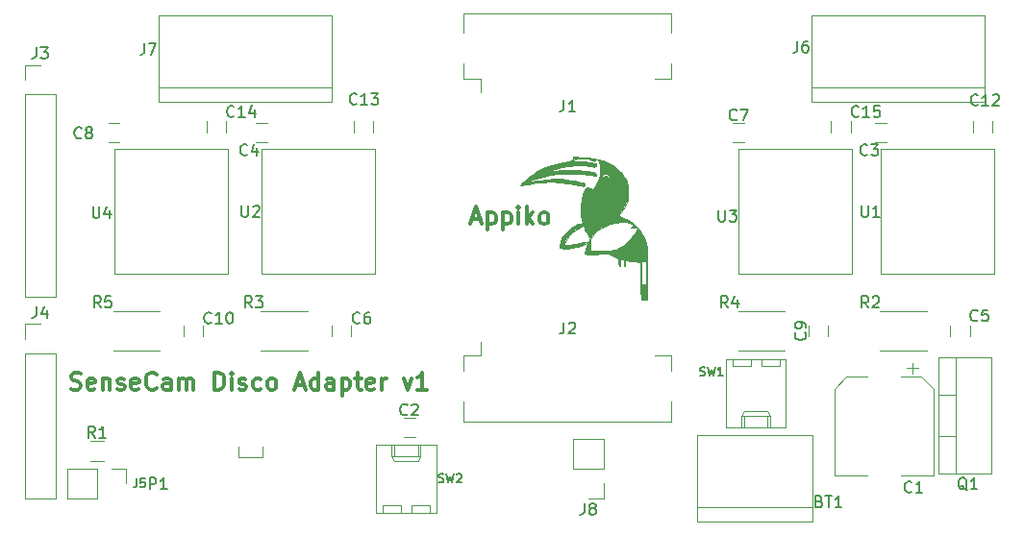
<source format=gto>
G04 #@! TF.GenerationSoftware,KiCad,Pcbnew,5.1.4-e60b266~84~ubuntu18.04.1*
G04 #@! TF.CreationDate,2019-08-27T16:53:35+05:30*
G04 #@! TF.ProjectId,senseCam_Adapter_rev1,73656e73-6543-4616-9d5f-416461707465,rev?*
G04 #@! TF.SameCoordinates,Original*
G04 #@! TF.FileFunction,Legend,Top*
G04 #@! TF.FilePolarity,Positive*
%FSLAX46Y46*%
G04 Gerber Fmt 4.6, Leading zero omitted, Abs format (unit mm)*
G04 Created by KiCad (PCBNEW 5.1.4-e60b266~84~ubuntu18.04.1) date 2019-08-27 16:53:35*
%MOMM*%
%LPD*%
G04 APERTURE LIST*
%ADD10C,0.120000*%
%ADD11C,0.300000*%
%ADD12C,0.010000*%
%ADD13C,0.150000*%
G04 APERTURE END LIST*
D10*
X32500000Y-49600000D02*
X32500000Y-48700000D01*
X34600000Y-49600000D02*
X32500000Y-49600000D01*
X34600000Y-48700000D02*
X34600000Y-49600000D01*
D11*
X53042857Y-28650000D02*
X53757142Y-28650000D01*
X52900000Y-29078571D02*
X53400000Y-27578571D01*
X53900000Y-29078571D01*
X54400000Y-28078571D02*
X54400000Y-29578571D01*
X54400000Y-28150000D02*
X54542857Y-28078571D01*
X54828571Y-28078571D01*
X54971428Y-28150000D01*
X55042857Y-28221428D01*
X55114285Y-28364285D01*
X55114285Y-28792857D01*
X55042857Y-28935714D01*
X54971428Y-29007142D01*
X54828571Y-29078571D01*
X54542857Y-29078571D01*
X54400000Y-29007142D01*
X55757142Y-28078571D02*
X55757142Y-29578571D01*
X55757142Y-28150000D02*
X55900000Y-28078571D01*
X56185714Y-28078571D01*
X56328571Y-28150000D01*
X56400000Y-28221428D01*
X56471428Y-28364285D01*
X56471428Y-28792857D01*
X56400000Y-28935714D01*
X56328571Y-29007142D01*
X56185714Y-29078571D01*
X55900000Y-29078571D01*
X55757142Y-29007142D01*
X57114285Y-29078571D02*
X57114285Y-28078571D01*
X57114285Y-27578571D02*
X57042857Y-27650000D01*
X57114285Y-27721428D01*
X57185714Y-27650000D01*
X57114285Y-27578571D01*
X57114285Y-27721428D01*
X57828571Y-29078571D02*
X57828571Y-27578571D01*
X57971428Y-28507142D02*
X58400000Y-29078571D01*
X58400000Y-28078571D02*
X57828571Y-28650000D01*
X59257142Y-29078571D02*
X59114285Y-29007142D01*
X59042857Y-28935714D01*
X58971428Y-28792857D01*
X58971428Y-28364285D01*
X59042857Y-28221428D01*
X59114285Y-28150000D01*
X59257142Y-28078571D01*
X59471428Y-28078571D01*
X59614285Y-28150000D01*
X59685714Y-28221428D01*
X59757142Y-28364285D01*
X59757142Y-28792857D01*
X59685714Y-28935714D01*
X59614285Y-29007142D01*
X59471428Y-29078571D01*
X59257142Y-29078571D01*
X17721428Y-43607142D02*
X17935714Y-43678571D01*
X18292857Y-43678571D01*
X18435714Y-43607142D01*
X18507142Y-43535714D01*
X18578571Y-43392857D01*
X18578571Y-43250000D01*
X18507142Y-43107142D01*
X18435714Y-43035714D01*
X18292857Y-42964285D01*
X18007142Y-42892857D01*
X17864285Y-42821428D01*
X17792857Y-42750000D01*
X17721428Y-42607142D01*
X17721428Y-42464285D01*
X17792857Y-42321428D01*
X17864285Y-42250000D01*
X18007142Y-42178571D01*
X18364285Y-42178571D01*
X18578571Y-42250000D01*
X19792857Y-43607142D02*
X19649999Y-43678571D01*
X19364285Y-43678571D01*
X19221428Y-43607142D01*
X19149999Y-43464285D01*
X19149999Y-42892857D01*
X19221428Y-42750000D01*
X19364285Y-42678571D01*
X19649999Y-42678571D01*
X19792857Y-42750000D01*
X19864285Y-42892857D01*
X19864285Y-43035714D01*
X19149999Y-43178571D01*
X20507142Y-42678571D02*
X20507142Y-43678571D01*
X20507142Y-42821428D02*
X20578571Y-42750000D01*
X20721428Y-42678571D01*
X20935714Y-42678571D01*
X21078571Y-42750000D01*
X21149999Y-42892857D01*
X21149999Y-43678571D01*
X21792857Y-43607142D02*
X21935714Y-43678571D01*
X22221428Y-43678571D01*
X22364285Y-43607142D01*
X22435714Y-43464285D01*
X22435714Y-43392857D01*
X22364285Y-43250000D01*
X22221428Y-43178571D01*
X22007142Y-43178571D01*
X21864285Y-43107142D01*
X21792857Y-42964285D01*
X21792857Y-42892857D01*
X21864285Y-42750000D01*
X22007142Y-42678571D01*
X22221428Y-42678571D01*
X22364285Y-42750000D01*
X23650000Y-43607142D02*
X23507142Y-43678571D01*
X23221428Y-43678571D01*
X23078571Y-43607142D01*
X23007142Y-43464285D01*
X23007142Y-42892857D01*
X23078571Y-42750000D01*
X23221428Y-42678571D01*
X23507142Y-42678571D01*
X23650000Y-42750000D01*
X23721428Y-42892857D01*
X23721428Y-43035714D01*
X23007142Y-43178571D01*
X25221428Y-43535714D02*
X25149999Y-43607142D01*
X24935714Y-43678571D01*
X24792857Y-43678571D01*
X24578571Y-43607142D01*
X24435714Y-43464285D01*
X24364285Y-43321428D01*
X24292857Y-43035714D01*
X24292857Y-42821428D01*
X24364285Y-42535714D01*
X24435714Y-42392857D01*
X24578571Y-42250000D01*
X24792857Y-42178571D01*
X24935714Y-42178571D01*
X25149999Y-42250000D01*
X25221428Y-42321428D01*
X26507142Y-43678571D02*
X26507142Y-42892857D01*
X26435714Y-42750000D01*
X26292857Y-42678571D01*
X26007142Y-42678571D01*
X25864285Y-42750000D01*
X26507142Y-43607142D02*
X26364285Y-43678571D01*
X26007142Y-43678571D01*
X25864285Y-43607142D01*
X25792857Y-43464285D01*
X25792857Y-43321428D01*
X25864285Y-43178571D01*
X26007142Y-43107142D01*
X26364285Y-43107142D01*
X26507142Y-43035714D01*
X27221428Y-43678571D02*
X27221428Y-42678571D01*
X27221428Y-42821428D02*
X27292857Y-42750000D01*
X27435714Y-42678571D01*
X27649999Y-42678571D01*
X27792857Y-42750000D01*
X27864285Y-42892857D01*
X27864285Y-43678571D01*
X27864285Y-42892857D02*
X27935714Y-42750000D01*
X28078571Y-42678571D01*
X28292857Y-42678571D01*
X28435714Y-42750000D01*
X28507142Y-42892857D01*
X28507142Y-43678571D01*
X30364285Y-43678571D02*
X30364285Y-42178571D01*
X30721428Y-42178571D01*
X30935714Y-42250000D01*
X31078571Y-42392857D01*
X31149999Y-42535714D01*
X31221428Y-42821428D01*
X31221428Y-43035714D01*
X31149999Y-43321428D01*
X31078571Y-43464285D01*
X30935714Y-43607142D01*
X30721428Y-43678571D01*
X30364285Y-43678571D01*
X31864285Y-43678571D02*
X31864285Y-42678571D01*
X31864285Y-42178571D02*
X31792857Y-42250000D01*
X31864285Y-42321428D01*
X31935714Y-42250000D01*
X31864285Y-42178571D01*
X31864285Y-42321428D01*
X32507142Y-43607142D02*
X32650000Y-43678571D01*
X32935714Y-43678571D01*
X33078571Y-43607142D01*
X33150000Y-43464285D01*
X33150000Y-43392857D01*
X33078571Y-43250000D01*
X32935714Y-43178571D01*
X32721428Y-43178571D01*
X32578571Y-43107142D01*
X32507142Y-42964285D01*
X32507142Y-42892857D01*
X32578571Y-42750000D01*
X32721428Y-42678571D01*
X32935714Y-42678571D01*
X33078571Y-42750000D01*
X34435714Y-43607142D02*
X34292857Y-43678571D01*
X34007142Y-43678571D01*
X33864285Y-43607142D01*
X33792857Y-43535714D01*
X33721428Y-43392857D01*
X33721428Y-42964285D01*
X33792857Y-42821428D01*
X33864285Y-42750000D01*
X34007142Y-42678571D01*
X34292857Y-42678571D01*
X34435714Y-42750000D01*
X35292857Y-43678571D02*
X35150000Y-43607142D01*
X35078571Y-43535714D01*
X35007142Y-43392857D01*
X35007142Y-42964285D01*
X35078571Y-42821428D01*
X35150000Y-42750000D01*
X35292857Y-42678571D01*
X35507142Y-42678571D01*
X35650000Y-42750000D01*
X35721428Y-42821428D01*
X35792857Y-42964285D01*
X35792857Y-43392857D01*
X35721428Y-43535714D01*
X35650000Y-43607142D01*
X35507142Y-43678571D01*
X35292857Y-43678571D01*
X37507142Y-43250000D02*
X38221428Y-43250000D01*
X37364285Y-43678571D02*
X37864285Y-42178571D01*
X38364285Y-43678571D01*
X39507142Y-43678571D02*
X39507142Y-42178571D01*
X39507142Y-43607142D02*
X39364285Y-43678571D01*
X39078571Y-43678571D01*
X38935714Y-43607142D01*
X38864285Y-43535714D01*
X38792857Y-43392857D01*
X38792857Y-42964285D01*
X38864285Y-42821428D01*
X38935714Y-42750000D01*
X39078571Y-42678571D01*
X39364285Y-42678571D01*
X39507142Y-42750000D01*
X40864285Y-43678571D02*
X40864285Y-42892857D01*
X40792857Y-42750000D01*
X40650000Y-42678571D01*
X40364285Y-42678571D01*
X40221428Y-42750000D01*
X40864285Y-43607142D02*
X40721428Y-43678571D01*
X40364285Y-43678571D01*
X40221428Y-43607142D01*
X40150000Y-43464285D01*
X40150000Y-43321428D01*
X40221428Y-43178571D01*
X40364285Y-43107142D01*
X40721428Y-43107142D01*
X40864285Y-43035714D01*
X41578571Y-42678571D02*
X41578571Y-44178571D01*
X41578571Y-42750000D02*
X41721428Y-42678571D01*
X42007142Y-42678571D01*
X42150000Y-42750000D01*
X42221428Y-42821428D01*
X42292857Y-42964285D01*
X42292857Y-43392857D01*
X42221428Y-43535714D01*
X42150000Y-43607142D01*
X42007142Y-43678571D01*
X41721428Y-43678571D01*
X41578571Y-43607142D01*
X42721428Y-42678571D02*
X43292857Y-42678571D01*
X42935714Y-42178571D02*
X42935714Y-43464285D01*
X43007142Y-43607142D01*
X43150000Y-43678571D01*
X43292857Y-43678571D01*
X44364285Y-43607142D02*
X44221428Y-43678571D01*
X43935714Y-43678571D01*
X43792857Y-43607142D01*
X43721428Y-43464285D01*
X43721428Y-42892857D01*
X43792857Y-42750000D01*
X43935714Y-42678571D01*
X44221428Y-42678571D01*
X44364285Y-42750000D01*
X44435714Y-42892857D01*
X44435714Y-43035714D01*
X43721428Y-43178571D01*
X45078571Y-43678571D02*
X45078571Y-42678571D01*
X45078571Y-42964285D02*
X45150000Y-42821428D01*
X45221428Y-42750000D01*
X45364285Y-42678571D01*
X45507142Y-42678571D01*
X47007142Y-42678571D02*
X47364285Y-43678571D01*
X47721428Y-42678571D01*
X49078571Y-43678571D02*
X48221428Y-43678571D01*
X48650000Y-43678571D02*
X48650000Y-42178571D01*
X48507142Y-42392857D01*
X48364285Y-42535714D01*
X48221428Y-42607142D01*
D12*
G36*
X62223348Y-23146466D02*
G01*
X62296362Y-23163616D01*
X62305715Y-23173806D01*
X62347979Y-23187710D01*
X62462429Y-23198991D01*
X62630547Y-23206331D01*
X62793304Y-23208484D01*
X63223730Y-23229364D01*
X63679996Y-23287289D01*
X64133289Y-23376592D01*
X64554796Y-23491601D01*
X64913444Y-23625641D01*
X65340790Y-23852828D01*
X65735341Y-24134719D01*
X66073935Y-24453689D01*
X66204606Y-24608125D01*
X66346427Y-24798131D01*
X66452953Y-24964901D01*
X66542050Y-25140244D01*
X66631583Y-25355973D01*
X66646858Y-25395619D01*
X66694028Y-25527158D01*
X66726530Y-25645599D01*
X66747020Y-25771019D01*
X66758152Y-25923497D01*
X66762580Y-26123112D01*
X66763124Y-26275000D01*
X66761451Y-26512942D01*
X66754668Y-26691593D01*
X66740130Y-26831010D01*
X66715192Y-26951248D01*
X66677209Y-27072362D01*
X66647306Y-27153145D01*
X66543153Y-27405429D01*
X66437050Y-27611142D01*
X66310175Y-27801702D01*
X66143703Y-28008529D01*
X66114424Y-28042585D01*
X66011434Y-28164388D01*
X65935742Y-28259204D01*
X65899249Y-28311904D01*
X65898046Y-28317686D01*
X65943191Y-28337527D01*
X66047790Y-28380233D01*
X66178166Y-28432188D01*
X66537096Y-28603850D01*
X66902805Y-28832572D01*
X67251626Y-29100645D01*
X67559895Y-29390357D01*
X67745579Y-29605147D01*
X68027185Y-30015429D01*
X68235718Y-30432756D01*
X68385259Y-30886197D01*
X68405502Y-30967599D01*
X68426351Y-31100805D01*
X68443676Y-31306211D01*
X68457404Y-31576701D01*
X68467465Y-31905159D01*
X68473784Y-32284467D01*
X68476289Y-32707508D01*
X68474909Y-33167167D01*
X68469571Y-33656326D01*
X68460202Y-34167868D01*
X68446731Y-34694678D01*
X68444246Y-34778046D01*
X68414403Y-35760312D01*
X67899169Y-35760312D01*
X67869326Y-34778046D01*
X67860446Y-34454944D01*
X67852609Y-34110789D01*
X67846233Y-33768838D01*
X67841735Y-33452343D01*
X67839535Y-33184560D01*
X67839384Y-33113603D01*
X67839286Y-32431426D01*
X67646518Y-32410940D01*
X67508399Y-32396303D01*
X67419209Y-32386875D01*
X67930000Y-32386875D01*
X67930000Y-34410937D01*
X68383572Y-34410937D01*
X68383572Y-32386875D01*
X67930000Y-32386875D01*
X67419209Y-32386875D01*
X67317096Y-32376081D01*
X67109488Y-32354171D01*
X67068215Y-32349820D01*
X66877959Y-32328101D01*
X66712222Y-32306202D01*
X66599594Y-32287990D01*
X66580625Y-32283870D01*
X66526211Y-32274814D01*
X66495659Y-32292346D01*
X66482098Y-32352443D01*
X66478658Y-32471080D01*
X66478572Y-32521152D01*
X66472265Y-32657776D01*
X66455510Y-32751522D01*
X66433215Y-32783750D01*
X66409864Y-32747090D01*
X66393758Y-32649044D01*
X66387858Y-32509819D01*
X66386157Y-32365402D01*
X66374979Y-32280102D01*
X66345210Y-32233661D01*
X66287737Y-32205822D01*
X66245018Y-32192319D01*
X66143567Y-32162678D01*
X66087906Y-32148877D01*
X66086268Y-32148750D01*
X66078879Y-32185304D01*
X66073315Y-32282446D01*
X66070517Y-32421390D01*
X66070358Y-32466250D01*
X66067153Y-32629156D01*
X66055526Y-32726922D01*
X66032457Y-32773642D01*
X66002322Y-32783750D01*
X65968225Y-32769297D01*
X65947394Y-32716705D01*
X65937018Y-32612118D01*
X65934286Y-32448315D01*
X65934286Y-32112880D01*
X65548149Y-31954549D01*
X65358912Y-31873693D01*
X65184782Y-31793587D01*
X65053972Y-31727412D01*
X65020091Y-31707793D01*
X64925211Y-31655537D01*
X64843655Y-31639354D01*
X64734559Y-31654857D01*
X64669175Y-31670132D01*
X64512846Y-31696478D01*
X64292297Y-31718691D01*
X64033954Y-31735629D01*
X63764246Y-31746149D01*
X63509602Y-31749109D01*
X63296450Y-31743367D01*
X63189920Y-31734071D01*
X62974295Y-31705778D01*
X63004523Y-31447614D01*
X63036038Y-31270725D01*
X63085087Y-31089298D01*
X63097273Y-31056133D01*
X63412090Y-31056133D01*
X63418501Y-31225749D01*
X63429050Y-31332574D01*
X63448954Y-31393183D01*
X63483429Y-31424154D01*
X63533160Y-31440894D01*
X63656416Y-31455736D01*
X63799840Y-31451503D01*
X63802500Y-31451199D01*
X63899112Y-31443945D01*
X64068148Y-31435338D01*
X64291352Y-31426141D01*
X64550466Y-31417119D01*
X64777679Y-31410368D01*
X65071378Y-31401741D01*
X65290088Y-31392997D01*
X65449510Y-31382211D01*
X65565348Y-31367461D01*
X65653301Y-31346821D01*
X65729073Y-31318367D01*
X65798215Y-31285301D01*
X66310132Y-30985917D01*
X66751495Y-30637553D01*
X67125886Y-30236964D01*
X67409399Y-29827665D01*
X67622444Y-29471112D01*
X67471423Y-29417192D01*
X67281453Y-29382312D01*
X67144703Y-29387855D01*
X66969004Y-29412439D01*
X67063967Y-29306804D01*
X67147854Y-29190660D01*
X67161450Y-29100352D01*
X67099950Y-29031188D01*
X66958547Y-28978474D01*
X66732435Y-28937517D01*
X66678718Y-28930580D01*
X66160883Y-28906367D01*
X65645548Y-28959811D01*
X65140119Y-29089310D01*
X64651996Y-29293263D01*
X64423664Y-29418533D01*
X64068936Y-29654703D01*
X63797939Y-29896529D01*
X63603892Y-30154989D01*
X63480015Y-30441058D01*
X63419529Y-30765713D01*
X63412090Y-31056133D01*
X63097273Y-31056133D01*
X63122728Y-30986856D01*
X63175889Y-30847442D01*
X63184238Y-30773371D01*
X63147018Y-30760603D01*
X63085950Y-30790547D01*
X62712762Y-30977488D01*
X62281757Y-31115449D01*
X61809852Y-31200438D01*
X61313966Y-31228466D01*
X61233857Y-31227406D01*
X60740893Y-31216093D01*
X60751400Y-30971481D01*
X60784311Y-30781209D01*
X61181589Y-30781209D01*
X61193977Y-30860777D01*
X61267452Y-30902101D01*
X61413904Y-30916397D01*
X61499202Y-30917043D01*
X61711843Y-30906759D01*
X61941159Y-30882025D01*
X62056250Y-30863414D01*
X62240521Y-30822339D01*
X62420079Y-30773233D01*
X62509822Y-30743488D01*
X62748222Y-30691746D01*
X62984883Y-30684993D01*
X63278515Y-30694190D01*
X63345225Y-30506232D01*
X63382488Y-30387620D01*
X63386774Y-30310899D01*
X63356935Y-30243630D01*
X63334795Y-30211559D01*
X63252275Y-30084900D01*
X63150913Y-29911389D01*
X63045550Y-29717872D01*
X62951027Y-29531199D01*
X62909510Y-29442227D01*
X62826138Y-29255861D01*
X62623881Y-29335096D01*
X62500938Y-29387258D01*
X62416537Y-29430488D01*
X62397687Y-29444706D01*
X62349322Y-29482426D01*
X62250296Y-29547218D01*
X62165566Y-29598982D01*
X61846416Y-29824740D01*
X61570200Y-30091067D01*
X61352928Y-30380158D01*
X61218402Y-30652183D01*
X61181589Y-30781209D01*
X60784311Y-30781209D01*
X60807461Y-30647373D01*
X60943646Y-30316046D01*
X61152662Y-29991486D01*
X61414634Y-29699673D01*
X61618853Y-29528291D01*
X61866134Y-29358065D01*
X62128970Y-29205448D01*
X62379850Y-29086898D01*
X62525083Y-29035436D01*
X62743492Y-28971961D01*
X62680752Y-28724808D01*
X62610760Y-28325045D01*
X62587947Y-27884236D01*
X62610289Y-27426186D01*
X62675762Y-26974699D01*
X62782343Y-26553579D01*
X62889555Y-26268570D01*
X62973319Y-26079077D01*
X63035644Y-25953500D01*
X63092185Y-25883321D01*
X63158600Y-25860021D01*
X63250543Y-25875082D01*
X63383671Y-25919985D01*
X63472211Y-25951541D01*
X63708886Y-26034716D01*
X63871746Y-25791573D01*
X64070243Y-25433254D01*
X64215078Y-25040441D01*
X64252137Y-24868274D01*
X64492856Y-24868274D01*
X64508420Y-24995952D01*
X64609794Y-25109292D01*
X64686965Y-25155502D01*
X64761971Y-25190263D01*
X64818103Y-25195108D01*
X64891420Y-25166092D01*
X64970447Y-25124497D01*
X65086189Y-25024735D01*
X65119855Y-24901253D01*
X65069199Y-24768027D01*
X65034572Y-24725359D01*
X64915676Y-24652964D01*
X64769838Y-24638577D01*
X64631198Y-24681519D01*
X64565530Y-24734680D01*
X64492856Y-24868274D01*
X64252137Y-24868274D01*
X64303001Y-24631979D01*
X64330768Y-24226711D01*
X64295132Y-23843481D01*
X64243192Y-23635781D01*
X64200471Y-23529092D01*
X64156162Y-23457708D01*
X64144887Y-23447873D01*
X64044858Y-23419052D01*
X63940687Y-23431371D01*
X63875781Y-23479465D01*
X63874966Y-23481240D01*
X63814501Y-23522551D01*
X63703026Y-23513300D01*
X63556512Y-23456461D01*
X63465088Y-23404939D01*
X63396513Y-23367630D01*
X63319985Y-23342815D01*
X63216021Y-23328035D01*
X63065136Y-23320830D01*
X62847845Y-23318742D01*
X62781965Y-23318730D01*
X62546213Y-23320209D01*
X62380275Y-23326092D01*
X62263268Y-23339233D01*
X62174310Y-23362488D01*
X62092516Y-23398711D01*
X62056250Y-23417949D01*
X61874822Y-23516718D01*
X62215000Y-23525498D01*
X62469766Y-23537426D01*
X62749896Y-23559441D01*
X63037349Y-23589164D01*
X63314083Y-23624217D01*
X63562056Y-23662221D01*
X63763229Y-23700799D01*
X63899559Y-23737572D01*
X63933341Y-23752014D01*
X63957255Y-23809545D01*
X63937961Y-23875311D01*
X63917389Y-23947342D01*
X63928355Y-23974331D01*
X63923392Y-23991143D01*
X63882422Y-24015723D01*
X63795228Y-24032501D01*
X63643449Y-24022665D01*
X63462133Y-23994194D01*
X62840286Y-23917534D01*
X62194276Y-23909012D01*
X61516668Y-23968857D01*
X60918172Y-24072012D01*
X60660425Y-24131157D01*
X60424707Y-24195710D01*
X60224505Y-24260875D01*
X60073307Y-24321854D01*
X59984600Y-24373847D01*
X59969642Y-24409433D01*
X60018576Y-24436257D01*
X60032339Y-24432515D01*
X60119181Y-24409202D01*
X60281299Y-24387359D01*
X60503257Y-24367651D01*
X60769622Y-24350742D01*
X61064959Y-24337295D01*
X61373833Y-24327975D01*
X61680811Y-24323446D01*
X61970458Y-24324372D01*
X62227340Y-24331418D01*
X62298686Y-24334992D01*
X62519313Y-24350744D01*
X62766955Y-24373624D01*
X63024699Y-24401455D01*
X63275634Y-24432058D01*
X63502850Y-24463257D01*
X63689434Y-24492875D01*
X63818475Y-24518733D01*
X63872096Y-24537573D01*
X63890274Y-24579163D01*
X63921165Y-24669084D01*
X63930995Y-24700030D01*
X63958227Y-24796724D01*
X63950368Y-24835884D01*
X63896488Y-24836483D01*
X63856364Y-24829595D01*
X63481816Y-24764289D01*
X63167530Y-24715146D01*
X62888269Y-24679962D01*
X62618799Y-24656532D01*
X62333883Y-24642653D01*
X62008287Y-24636119D01*
X61625358Y-24634719D01*
X61238454Y-24636718D01*
X60920441Y-24643180D01*
X60649543Y-24655956D01*
X60403987Y-24676893D01*
X60161996Y-24707842D01*
X59901796Y-24750651D01*
X59606965Y-24806124D01*
X59295720Y-24875193D01*
X58956153Y-24964229D01*
X58625090Y-25062798D01*
X58339361Y-25160470D01*
X58291608Y-25178701D01*
X57974108Y-25302656D01*
X58132858Y-25324574D01*
X58252902Y-25331067D01*
X58335759Y-25317871D01*
X58341138Y-25314997D01*
X58399722Y-25297559D01*
X58412363Y-25302483D01*
X58463075Y-25303276D01*
X58583310Y-25290613D01*
X58753698Y-25266844D01*
X58907118Y-25242415D01*
X59596592Y-25147685D01*
X60221353Y-25104608D01*
X60779635Y-25113292D01*
X60895583Y-25122361D01*
X61291802Y-25163789D01*
X61674776Y-25213979D01*
X62020938Y-25269418D01*
X62306720Y-25326593D01*
X62373750Y-25342697D01*
X62553406Y-25386660D01*
X62735980Y-25429306D01*
X62793881Y-25442243D01*
X62911754Y-25472954D01*
X62957350Y-25503970D01*
X62947889Y-25548560D01*
X62942888Y-25557072D01*
X62916188Y-25623826D01*
X62920728Y-25648970D01*
X62911241Y-25686281D01*
X62885114Y-25709944D01*
X62821383Y-25724283D01*
X62696411Y-25714111D01*
X62500123Y-25678330D01*
X62403781Y-25657578D01*
X61577628Y-25504148D01*
X60754913Y-25409425D01*
X59953319Y-25374860D01*
X59242761Y-25397943D01*
X58736827Y-25440870D01*
X58299428Y-25492030D01*
X57908590Y-25554368D01*
X57594824Y-25618738D01*
X57439343Y-25650135D01*
X57316299Y-25667967D01*
X57256314Y-25668768D01*
X57261431Y-25636506D01*
X57325007Y-25561816D01*
X57436321Y-25453616D01*
X57584656Y-25320824D01*
X57759291Y-25172359D01*
X57949507Y-25017138D01*
X58144585Y-24864081D01*
X58333806Y-24722106D01*
X58506451Y-24600131D01*
X58651801Y-24507074D01*
X58654465Y-24505506D01*
X58982432Y-24326151D01*
X59339964Y-24153563D01*
X59702676Y-23998115D01*
X60046181Y-23870179D01*
X60346093Y-23780129D01*
X60378036Y-23772352D01*
X60727295Y-23693897D01*
X61014580Y-23638931D01*
X61262940Y-23603274D01*
X61372385Y-23592032D01*
X61615234Y-23555154D01*
X61778464Y-23492512D01*
X61869926Y-23399377D01*
X61897500Y-23275713D01*
X61902045Y-23192130D01*
X61932138Y-23152550D01*
X62012462Y-23140523D01*
X62101608Y-23139687D01*
X62223348Y-23146466D01*
X62223348Y-23146466D01*
G37*
X62223348Y-23146466D02*
X62296362Y-23163616D01*
X62305715Y-23173806D01*
X62347979Y-23187710D01*
X62462429Y-23198991D01*
X62630547Y-23206331D01*
X62793304Y-23208484D01*
X63223730Y-23229364D01*
X63679996Y-23287289D01*
X64133289Y-23376592D01*
X64554796Y-23491601D01*
X64913444Y-23625641D01*
X65340790Y-23852828D01*
X65735341Y-24134719D01*
X66073935Y-24453689D01*
X66204606Y-24608125D01*
X66346427Y-24798131D01*
X66452953Y-24964901D01*
X66542050Y-25140244D01*
X66631583Y-25355973D01*
X66646858Y-25395619D01*
X66694028Y-25527158D01*
X66726530Y-25645599D01*
X66747020Y-25771019D01*
X66758152Y-25923497D01*
X66762580Y-26123112D01*
X66763124Y-26275000D01*
X66761451Y-26512942D01*
X66754668Y-26691593D01*
X66740130Y-26831010D01*
X66715192Y-26951248D01*
X66677209Y-27072362D01*
X66647306Y-27153145D01*
X66543153Y-27405429D01*
X66437050Y-27611142D01*
X66310175Y-27801702D01*
X66143703Y-28008529D01*
X66114424Y-28042585D01*
X66011434Y-28164388D01*
X65935742Y-28259204D01*
X65899249Y-28311904D01*
X65898046Y-28317686D01*
X65943191Y-28337527D01*
X66047790Y-28380233D01*
X66178166Y-28432188D01*
X66537096Y-28603850D01*
X66902805Y-28832572D01*
X67251626Y-29100645D01*
X67559895Y-29390357D01*
X67745579Y-29605147D01*
X68027185Y-30015429D01*
X68235718Y-30432756D01*
X68385259Y-30886197D01*
X68405502Y-30967599D01*
X68426351Y-31100805D01*
X68443676Y-31306211D01*
X68457404Y-31576701D01*
X68467465Y-31905159D01*
X68473784Y-32284467D01*
X68476289Y-32707508D01*
X68474909Y-33167167D01*
X68469571Y-33656326D01*
X68460202Y-34167868D01*
X68446731Y-34694678D01*
X68444246Y-34778046D01*
X68414403Y-35760312D01*
X67899169Y-35760312D01*
X67869326Y-34778046D01*
X67860446Y-34454944D01*
X67852609Y-34110789D01*
X67846233Y-33768838D01*
X67841735Y-33452343D01*
X67839535Y-33184560D01*
X67839384Y-33113603D01*
X67839286Y-32431426D01*
X67646518Y-32410940D01*
X67508399Y-32396303D01*
X67419209Y-32386875D01*
X67930000Y-32386875D01*
X67930000Y-34410937D01*
X68383572Y-34410937D01*
X68383572Y-32386875D01*
X67930000Y-32386875D01*
X67419209Y-32386875D01*
X67317096Y-32376081D01*
X67109488Y-32354171D01*
X67068215Y-32349820D01*
X66877959Y-32328101D01*
X66712222Y-32306202D01*
X66599594Y-32287990D01*
X66580625Y-32283870D01*
X66526211Y-32274814D01*
X66495659Y-32292346D01*
X66482098Y-32352443D01*
X66478658Y-32471080D01*
X66478572Y-32521152D01*
X66472265Y-32657776D01*
X66455510Y-32751522D01*
X66433215Y-32783750D01*
X66409864Y-32747090D01*
X66393758Y-32649044D01*
X66387858Y-32509819D01*
X66386157Y-32365402D01*
X66374979Y-32280102D01*
X66345210Y-32233661D01*
X66287737Y-32205822D01*
X66245018Y-32192319D01*
X66143567Y-32162678D01*
X66087906Y-32148877D01*
X66086268Y-32148750D01*
X66078879Y-32185304D01*
X66073315Y-32282446D01*
X66070517Y-32421390D01*
X66070358Y-32466250D01*
X66067153Y-32629156D01*
X66055526Y-32726922D01*
X66032457Y-32773642D01*
X66002322Y-32783750D01*
X65968225Y-32769297D01*
X65947394Y-32716705D01*
X65937018Y-32612118D01*
X65934286Y-32448315D01*
X65934286Y-32112880D01*
X65548149Y-31954549D01*
X65358912Y-31873693D01*
X65184782Y-31793587D01*
X65053972Y-31727412D01*
X65020091Y-31707793D01*
X64925211Y-31655537D01*
X64843655Y-31639354D01*
X64734559Y-31654857D01*
X64669175Y-31670132D01*
X64512846Y-31696478D01*
X64292297Y-31718691D01*
X64033954Y-31735629D01*
X63764246Y-31746149D01*
X63509602Y-31749109D01*
X63296450Y-31743367D01*
X63189920Y-31734071D01*
X62974295Y-31705778D01*
X63004523Y-31447614D01*
X63036038Y-31270725D01*
X63085087Y-31089298D01*
X63097273Y-31056133D01*
X63412090Y-31056133D01*
X63418501Y-31225749D01*
X63429050Y-31332574D01*
X63448954Y-31393183D01*
X63483429Y-31424154D01*
X63533160Y-31440894D01*
X63656416Y-31455736D01*
X63799840Y-31451503D01*
X63802500Y-31451199D01*
X63899112Y-31443945D01*
X64068148Y-31435338D01*
X64291352Y-31426141D01*
X64550466Y-31417119D01*
X64777679Y-31410368D01*
X65071378Y-31401741D01*
X65290088Y-31392997D01*
X65449510Y-31382211D01*
X65565348Y-31367461D01*
X65653301Y-31346821D01*
X65729073Y-31318367D01*
X65798215Y-31285301D01*
X66310132Y-30985917D01*
X66751495Y-30637553D01*
X67125886Y-30236964D01*
X67409399Y-29827665D01*
X67622444Y-29471112D01*
X67471423Y-29417192D01*
X67281453Y-29382312D01*
X67144703Y-29387855D01*
X66969004Y-29412439D01*
X67063967Y-29306804D01*
X67147854Y-29190660D01*
X67161450Y-29100352D01*
X67099950Y-29031188D01*
X66958547Y-28978474D01*
X66732435Y-28937517D01*
X66678718Y-28930580D01*
X66160883Y-28906367D01*
X65645548Y-28959811D01*
X65140119Y-29089310D01*
X64651996Y-29293263D01*
X64423664Y-29418533D01*
X64068936Y-29654703D01*
X63797939Y-29896529D01*
X63603892Y-30154989D01*
X63480015Y-30441058D01*
X63419529Y-30765713D01*
X63412090Y-31056133D01*
X63097273Y-31056133D01*
X63122728Y-30986856D01*
X63175889Y-30847442D01*
X63184238Y-30773371D01*
X63147018Y-30760603D01*
X63085950Y-30790547D01*
X62712762Y-30977488D01*
X62281757Y-31115449D01*
X61809852Y-31200438D01*
X61313966Y-31228466D01*
X61233857Y-31227406D01*
X60740893Y-31216093D01*
X60751400Y-30971481D01*
X60784311Y-30781209D01*
X61181589Y-30781209D01*
X61193977Y-30860777D01*
X61267452Y-30902101D01*
X61413904Y-30916397D01*
X61499202Y-30917043D01*
X61711843Y-30906759D01*
X61941159Y-30882025D01*
X62056250Y-30863414D01*
X62240521Y-30822339D01*
X62420079Y-30773233D01*
X62509822Y-30743488D01*
X62748222Y-30691746D01*
X62984883Y-30684993D01*
X63278515Y-30694190D01*
X63345225Y-30506232D01*
X63382488Y-30387620D01*
X63386774Y-30310899D01*
X63356935Y-30243630D01*
X63334795Y-30211559D01*
X63252275Y-30084900D01*
X63150913Y-29911389D01*
X63045550Y-29717872D01*
X62951027Y-29531199D01*
X62909510Y-29442227D01*
X62826138Y-29255861D01*
X62623881Y-29335096D01*
X62500938Y-29387258D01*
X62416537Y-29430488D01*
X62397687Y-29444706D01*
X62349322Y-29482426D01*
X62250296Y-29547218D01*
X62165566Y-29598982D01*
X61846416Y-29824740D01*
X61570200Y-30091067D01*
X61352928Y-30380158D01*
X61218402Y-30652183D01*
X61181589Y-30781209D01*
X60784311Y-30781209D01*
X60807461Y-30647373D01*
X60943646Y-30316046D01*
X61152662Y-29991486D01*
X61414634Y-29699673D01*
X61618853Y-29528291D01*
X61866134Y-29358065D01*
X62128970Y-29205448D01*
X62379850Y-29086898D01*
X62525083Y-29035436D01*
X62743492Y-28971961D01*
X62680752Y-28724808D01*
X62610760Y-28325045D01*
X62587947Y-27884236D01*
X62610289Y-27426186D01*
X62675762Y-26974699D01*
X62782343Y-26553579D01*
X62889555Y-26268570D01*
X62973319Y-26079077D01*
X63035644Y-25953500D01*
X63092185Y-25883321D01*
X63158600Y-25860021D01*
X63250543Y-25875082D01*
X63383671Y-25919985D01*
X63472211Y-25951541D01*
X63708886Y-26034716D01*
X63871746Y-25791573D01*
X64070243Y-25433254D01*
X64215078Y-25040441D01*
X64252137Y-24868274D01*
X64492856Y-24868274D01*
X64508420Y-24995952D01*
X64609794Y-25109292D01*
X64686965Y-25155502D01*
X64761971Y-25190263D01*
X64818103Y-25195108D01*
X64891420Y-25166092D01*
X64970447Y-25124497D01*
X65086189Y-25024735D01*
X65119855Y-24901253D01*
X65069199Y-24768027D01*
X65034572Y-24725359D01*
X64915676Y-24652964D01*
X64769838Y-24638577D01*
X64631198Y-24681519D01*
X64565530Y-24734680D01*
X64492856Y-24868274D01*
X64252137Y-24868274D01*
X64303001Y-24631979D01*
X64330768Y-24226711D01*
X64295132Y-23843481D01*
X64243192Y-23635781D01*
X64200471Y-23529092D01*
X64156162Y-23457708D01*
X64144887Y-23447873D01*
X64044858Y-23419052D01*
X63940687Y-23431371D01*
X63875781Y-23479465D01*
X63874966Y-23481240D01*
X63814501Y-23522551D01*
X63703026Y-23513300D01*
X63556512Y-23456461D01*
X63465088Y-23404939D01*
X63396513Y-23367630D01*
X63319985Y-23342815D01*
X63216021Y-23328035D01*
X63065136Y-23320830D01*
X62847845Y-23318742D01*
X62781965Y-23318730D01*
X62546213Y-23320209D01*
X62380275Y-23326092D01*
X62263268Y-23339233D01*
X62174310Y-23362488D01*
X62092516Y-23398711D01*
X62056250Y-23417949D01*
X61874822Y-23516718D01*
X62215000Y-23525498D01*
X62469766Y-23537426D01*
X62749896Y-23559441D01*
X63037349Y-23589164D01*
X63314083Y-23624217D01*
X63562056Y-23662221D01*
X63763229Y-23700799D01*
X63899559Y-23737572D01*
X63933341Y-23752014D01*
X63957255Y-23809545D01*
X63937961Y-23875311D01*
X63917389Y-23947342D01*
X63928355Y-23974331D01*
X63923392Y-23991143D01*
X63882422Y-24015723D01*
X63795228Y-24032501D01*
X63643449Y-24022665D01*
X63462133Y-23994194D01*
X62840286Y-23917534D01*
X62194276Y-23909012D01*
X61516668Y-23968857D01*
X60918172Y-24072012D01*
X60660425Y-24131157D01*
X60424707Y-24195710D01*
X60224505Y-24260875D01*
X60073307Y-24321854D01*
X59984600Y-24373847D01*
X59969642Y-24409433D01*
X60018576Y-24436257D01*
X60032339Y-24432515D01*
X60119181Y-24409202D01*
X60281299Y-24387359D01*
X60503257Y-24367651D01*
X60769622Y-24350742D01*
X61064959Y-24337295D01*
X61373833Y-24327975D01*
X61680811Y-24323446D01*
X61970458Y-24324372D01*
X62227340Y-24331418D01*
X62298686Y-24334992D01*
X62519313Y-24350744D01*
X62766955Y-24373624D01*
X63024699Y-24401455D01*
X63275634Y-24432058D01*
X63502850Y-24463257D01*
X63689434Y-24492875D01*
X63818475Y-24518733D01*
X63872096Y-24537573D01*
X63890274Y-24579163D01*
X63921165Y-24669084D01*
X63930995Y-24700030D01*
X63958227Y-24796724D01*
X63950368Y-24835884D01*
X63896488Y-24836483D01*
X63856364Y-24829595D01*
X63481816Y-24764289D01*
X63167530Y-24715146D01*
X62888269Y-24679962D01*
X62618799Y-24656532D01*
X62333883Y-24642653D01*
X62008287Y-24636119D01*
X61625358Y-24634719D01*
X61238454Y-24636718D01*
X60920441Y-24643180D01*
X60649543Y-24655956D01*
X60403987Y-24676893D01*
X60161996Y-24707842D01*
X59901796Y-24750651D01*
X59606965Y-24806124D01*
X59295720Y-24875193D01*
X58956153Y-24964229D01*
X58625090Y-25062798D01*
X58339361Y-25160470D01*
X58291608Y-25178701D01*
X57974108Y-25302656D01*
X58132858Y-25324574D01*
X58252902Y-25331067D01*
X58335759Y-25317871D01*
X58341138Y-25314997D01*
X58399722Y-25297559D01*
X58412363Y-25302483D01*
X58463075Y-25303276D01*
X58583310Y-25290613D01*
X58753698Y-25266844D01*
X58907118Y-25242415D01*
X59596592Y-25147685D01*
X60221353Y-25104608D01*
X60779635Y-25113292D01*
X60895583Y-25122361D01*
X61291802Y-25163789D01*
X61674776Y-25213979D01*
X62020938Y-25269418D01*
X62306720Y-25326593D01*
X62373750Y-25342697D01*
X62553406Y-25386660D01*
X62735980Y-25429306D01*
X62793881Y-25442243D01*
X62911754Y-25472954D01*
X62957350Y-25503970D01*
X62947889Y-25548560D01*
X62942888Y-25557072D01*
X62916188Y-25623826D01*
X62920728Y-25648970D01*
X62911241Y-25686281D01*
X62885114Y-25709944D01*
X62821383Y-25724283D01*
X62696411Y-25714111D01*
X62500123Y-25678330D01*
X62403781Y-25657578D01*
X61577628Y-25504148D01*
X60754913Y-25409425D01*
X59953319Y-25374860D01*
X59242761Y-25397943D01*
X58736827Y-25440870D01*
X58299428Y-25492030D01*
X57908590Y-25554368D01*
X57594824Y-25618738D01*
X57439343Y-25650135D01*
X57316299Y-25667967D01*
X57256314Y-25668768D01*
X57261431Y-25636506D01*
X57325007Y-25561816D01*
X57436321Y-25453616D01*
X57584656Y-25320824D01*
X57759291Y-25172359D01*
X57949507Y-25017138D01*
X58144585Y-24864081D01*
X58333806Y-24722106D01*
X58506451Y-24600131D01*
X58651801Y-24507074D01*
X58654465Y-24505506D01*
X58982432Y-24326151D01*
X59339964Y-24153563D01*
X59702676Y-23998115D01*
X60046181Y-23870179D01*
X60346093Y-23780129D01*
X60378036Y-23772352D01*
X60727295Y-23693897D01*
X61014580Y-23638931D01*
X61262940Y-23603274D01*
X61372385Y-23592032D01*
X61615234Y-23555154D01*
X61778464Y-23492512D01*
X61869926Y-23399377D01*
X61897500Y-23275713D01*
X61902045Y-23192130D01*
X61932138Y-23152550D01*
X62012462Y-23140523D01*
X62101608Y-23139687D01*
X62223348Y-23146466D01*
G36*
X64927785Y-24868336D02*
G01*
X64979959Y-24930013D01*
X64981786Y-24943619D01*
X64949457Y-25052889D01*
X64869371Y-25116575D01*
X64766882Y-25124813D01*
X64667340Y-25067740D01*
X64666092Y-25066435D01*
X64633881Y-24979300D01*
X64663982Y-24886551D01*
X64737334Y-24830214D01*
X64833463Y-24828832D01*
X64927785Y-24868336D01*
X64927785Y-24868336D01*
G37*
X64927785Y-24868336D02*
X64979959Y-24930013D01*
X64981786Y-24943619D01*
X64949457Y-25052889D01*
X64869371Y-25116575D01*
X64766882Y-25124813D01*
X64667340Y-25067740D01*
X64666092Y-25066435D01*
X64633881Y-24979300D01*
X64663982Y-24886551D01*
X64737334Y-24830214D01*
X64833463Y-24828832D01*
X64927785Y-24868336D01*
D10*
X21500000Y-33500000D02*
X21500000Y-22500000D01*
X31500000Y-33500000D02*
X21500000Y-33500000D01*
X31500000Y-22500000D02*
X31500000Y-33500000D01*
X21500000Y-22500000D02*
X31500000Y-22500000D01*
X76500000Y-33500000D02*
X76500000Y-22500000D01*
X86500000Y-33500000D02*
X76500000Y-33500000D01*
X86500000Y-22500000D02*
X86500000Y-33500000D01*
X76500000Y-22500000D02*
X86500000Y-22500000D01*
X34500000Y-33500000D02*
X34500000Y-22500000D01*
X44500000Y-33500000D02*
X34500000Y-33500000D01*
X44500000Y-22500000D02*
X44500000Y-33500000D01*
X34500000Y-22500000D02*
X44500000Y-22500000D01*
X89000000Y-33500000D02*
X89000000Y-22500000D01*
X99000000Y-33500000D02*
X89000000Y-33500000D01*
X99000000Y-22500000D02*
X99000000Y-33500000D01*
X89000000Y-22500000D02*
X99000000Y-22500000D01*
X94130000Y-44109000D02*
X95640000Y-44109000D01*
X94130000Y-47810000D02*
X95640000Y-47810000D01*
X95640000Y-51080000D02*
X95640000Y-40840000D01*
X94130000Y-40840000D02*
X98771000Y-40840000D01*
X94130000Y-51080000D02*
X98771000Y-51080000D01*
X98771000Y-51080000D02*
X98771000Y-40840000D01*
X94130000Y-51080000D02*
X94130000Y-40840000D01*
X72860000Y-55310000D02*
X83020000Y-55310000D01*
X72860000Y-47690000D02*
X72860000Y-55310000D01*
X83020000Y-47690000D02*
X72860000Y-47690000D01*
X83020000Y-55310000D02*
X83020000Y-47690000D01*
X83020000Y-54040000D02*
X72860000Y-54040000D01*
X21447936Y-40210000D02*
X25552064Y-40210000D01*
X21447936Y-36790000D02*
X25552064Y-36790000D01*
X76447936Y-40210000D02*
X80552064Y-40210000D01*
X76447936Y-36790000D02*
X80552064Y-36790000D01*
X34447936Y-40210000D02*
X38552064Y-40210000D01*
X34447936Y-36790000D02*
X38552064Y-36790000D01*
X88947936Y-40210000D02*
X93052064Y-40210000D01*
X88947936Y-36790000D02*
X93052064Y-36790000D01*
X19400000Y-48220000D02*
X20600000Y-48220000D01*
X20600000Y-49980000D02*
X19400000Y-49980000D01*
X25460000Y-18310000D02*
X40700000Y-18310000D01*
X25460000Y-10690000D02*
X40700000Y-10690000D01*
X25460000Y-17040000D02*
X40700000Y-17040000D01*
X40700000Y-18310000D02*
X40700000Y-10690000D01*
X25460000Y-18310000D02*
X25460000Y-10690000D01*
X82960000Y-18310000D02*
X98200000Y-18310000D01*
X82960000Y-10690000D02*
X98200000Y-10690000D01*
X82960000Y-17040000D02*
X98200000Y-17040000D01*
X98200000Y-18310000D02*
X98200000Y-10690000D01*
X82960000Y-18310000D02*
X82960000Y-10690000D01*
X17380000Y-50620000D02*
X17380000Y-53280000D01*
X19980000Y-50620000D02*
X17380000Y-50620000D01*
X19980000Y-53280000D02*
X17380000Y-53280000D01*
X19980000Y-50620000D02*
X19980000Y-53280000D01*
X21250000Y-50620000D02*
X22580000Y-50620000D01*
X22580000Y-50620000D02*
X22580000Y-51950000D01*
X84650000Y-20000000D02*
X84650000Y-21000000D01*
X86350000Y-21000000D02*
X86350000Y-20000000D01*
X29650000Y-20000000D02*
X29650000Y-21000000D01*
X31350000Y-21000000D02*
X31350000Y-20000000D01*
X42650000Y-20000000D02*
X42650000Y-21000000D01*
X44350000Y-21000000D02*
X44350000Y-20000000D01*
X97150000Y-20000000D02*
X97150000Y-21000000D01*
X98850000Y-21000000D02*
X98850000Y-20000000D01*
X29350000Y-39000000D02*
X29350000Y-38000000D01*
X27650000Y-38000000D02*
X27650000Y-39000000D01*
X84350000Y-39000000D02*
X84350000Y-38000000D01*
X82650000Y-38000000D02*
X82650000Y-39000000D01*
X21000000Y-21850000D02*
X22000000Y-21850000D01*
X22000000Y-20150000D02*
X21000000Y-20150000D01*
X77000000Y-20150000D02*
X76000000Y-20150000D01*
X76000000Y-21850000D02*
X77000000Y-21850000D01*
X42350000Y-39000000D02*
X42350000Y-38000000D01*
X40650000Y-38000000D02*
X40650000Y-39000000D01*
X96850000Y-39000000D02*
X96850000Y-38000000D01*
X95150000Y-38000000D02*
X95150000Y-39000000D01*
X34000000Y-21850000D02*
X35000000Y-21850000D01*
X35000000Y-20150000D02*
X34000000Y-20150000D01*
X88500000Y-21850000D02*
X89500000Y-21850000D01*
X89500000Y-20150000D02*
X88500000Y-20150000D01*
X48000000Y-46150000D02*
X47000000Y-46150000D01*
X47000000Y-47850000D02*
X48000000Y-47850000D01*
X92310000Y-41800000D02*
X91310000Y-41800000D01*
X91810000Y-41300000D02*
X91810000Y-42300000D01*
X86004437Y-42540000D02*
X84940000Y-43604437D01*
X92595563Y-42540000D02*
X93660000Y-43604437D01*
X92595563Y-42540000D02*
X90810000Y-42540000D01*
X86004437Y-42540000D02*
X87790000Y-42540000D01*
X84940000Y-43604437D02*
X84940000Y-51260000D01*
X93660000Y-43604437D02*
X93660000Y-51260000D01*
X93660000Y-51260000D02*
X90810000Y-51260000D01*
X84940000Y-51260000D02*
X87790000Y-51260000D01*
X69110000Y-16300000D02*
X70600000Y-16300000D01*
X70600000Y-16300000D02*
X70600000Y-14960000D01*
X53790000Y-16300000D02*
X52300000Y-16300000D01*
X52300000Y-16300000D02*
X52300000Y-14960000D01*
X70600000Y-12240000D02*
X70600000Y-10500000D01*
X70600000Y-10500000D02*
X52300000Y-10500000D01*
X52300000Y-10500000D02*
X52300000Y-12240000D01*
X53800000Y-16300000D02*
X53800000Y-17500000D01*
X75380000Y-40980000D02*
X75380000Y-46980000D01*
X75380000Y-46980000D02*
X80660000Y-46980000D01*
X80660000Y-46980000D02*
X80660000Y-40980000D01*
X80660000Y-40980000D02*
X75380000Y-40980000D01*
X76750000Y-46980000D02*
X76750000Y-45980000D01*
X76750000Y-45980000D02*
X79290000Y-45980000D01*
X79290000Y-45980000D02*
X79290000Y-46980000D01*
X76750000Y-45980000D02*
X77000000Y-45550000D01*
X77000000Y-45550000D02*
X79040000Y-45550000D01*
X79040000Y-45550000D02*
X79290000Y-45980000D01*
X77000000Y-46980000D02*
X77000000Y-45980000D01*
X79040000Y-46980000D02*
X79040000Y-45980000D01*
X75950000Y-40980000D02*
X75950000Y-41600000D01*
X75950000Y-41600000D02*
X77550000Y-41600000D01*
X77550000Y-41600000D02*
X77550000Y-40980000D01*
X78490000Y-40980000D02*
X78490000Y-41600000D01*
X78490000Y-41600000D02*
X80090000Y-41600000D01*
X80090000Y-41600000D02*
X80090000Y-40980000D01*
X45160000Y-53900000D02*
X45160000Y-54520000D01*
X46760000Y-53900000D02*
X45160000Y-53900000D01*
X46760000Y-54520000D02*
X46760000Y-53900000D01*
X47700000Y-53900000D02*
X47700000Y-54520000D01*
X49300000Y-53900000D02*
X47700000Y-53900000D01*
X49300000Y-54520000D02*
X49300000Y-53900000D01*
X46210000Y-48520000D02*
X46210000Y-49520000D01*
X48250000Y-48520000D02*
X48250000Y-49520000D01*
X46210000Y-49950000D02*
X45960000Y-49520000D01*
X48250000Y-49950000D02*
X46210000Y-49950000D01*
X48500000Y-49520000D02*
X48250000Y-49950000D01*
X45960000Y-49520000D02*
X45960000Y-48520000D01*
X48500000Y-49520000D02*
X45960000Y-49520000D01*
X48500000Y-48520000D02*
X48500000Y-49520000D01*
X44590000Y-54520000D02*
X49870000Y-54520000D01*
X44590000Y-48520000D02*
X44590000Y-54520000D01*
X49870000Y-48520000D02*
X44590000Y-48520000D01*
X49870000Y-54520000D02*
X49870000Y-48520000D01*
X53790000Y-40700000D02*
X52300000Y-40700000D01*
X52300000Y-40700000D02*
X52300000Y-42040000D01*
X69110000Y-40700000D02*
X70600000Y-40700000D01*
X70600000Y-40700000D02*
X70600000Y-42040000D01*
X52300000Y-44760000D02*
X52300000Y-46500000D01*
X52300000Y-46500000D02*
X70600000Y-46500000D01*
X70600000Y-46500000D02*
X70600000Y-44760000D01*
X53790000Y-40700000D02*
X53790000Y-39500000D01*
X13670000Y-35490000D02*
X16330000Y-35490000D01*
X13670000Y-17650000D02*
X13670000Y-35490000D01*
X16330000Y-17650000D02*
X16330000Y-35490000D01*
X13670000Y-17650000D02*
X16330000Y-17650000D01*
X13670000Y-16380000D02*
X13670000Y-15050000D01*
X13670000Y-15050000D02*
X15000000Y-15050000D01*
X13670000Y-53260000D02*
X16330000Y-53260000D01*
X13670000Y-40500000D02*
X13670000Y-53260000D01*
X16330000Y-40500000D02*
X16330000Y-53260000D01*
X13670000Y-40500000D02*
X16330000Y-40500000D01*
X13670000Y-39230000D02*
X13670000Y-37900000D01*
X13670000Y-37900000D02*
X15000000Y-37900000D01*
X64590000Y-48060000D02*
X61930000Y-48060000D01*
X64590000Y-50660000D02*
X64590000Y-48060000D01*
X61930000Y-50660000D02*
X61930000Y-48060000D01*
X64590000Y-50660000D02*
X61930000Y-50660000D01*
X64590000Y-51930000D02*
X64590000Y-53260000D01*
X64590000Y-53260000D02*
X63260000Y-53260000D01*
D13*
X19638095Y-27552380D02*
X19638095Y-28361904D01*
X19685714Y-28457142D01*
X19733333Y-28504761D01*
X19828571Y-28552380D01*
X20019047Y-28552380D01*
X20114285Y-28504761D01*
X20161904Y-28457142D01*
X20209523Y-28361904D01*
X20209523Y-27552380D01*
X21114285Y-27885714D02*
X21114285Y-28552380D01*
X20876190Y-27504761D02*
X20638095Y-28219047D01*
X21257142Y-28219047D01*
X74738095Y-27852380D02*
X74738095Y-28661904D01*
X74785714Y-28757142D01*
X74833333Y-28804761D01*
X74928571Y-28852380D01*
X75119047Y-28852380D01*
X75214285Y-28804761D01*
X75261904Y-28757142D01*
X75309523Y-28661904D01*
X75309523Y-27852380D01*
X75690476Y-27852380D02*
X76309523Y-27852380D01*
X75976190Y-28233333D01*
X76119047Y-28233333D01*
X76214285Y-28280952D01*
X76261904Y-28328571D01*
X76309523Y-28423809D01*
X76309523Y-28661904D01*
X76261904Y-28757142D01*
X76214285Y-28804761D01*
X76119047Y-28852380D01*
X75833333Y-28852380D01*
X75738095Y-28804761D01*
X75690476Y-28757142D01*
X32738095Y-27452380D02*
X32738095Y-28261904D01*
X32785714Y-28357142D01*
X32833333Y-28404761D01*
X32928571Y-28452380D01*
X33119047Y-28452380D01*
X33214285Y-28404761D01*
X33261904Y-28357142D01*
X33309523Y-28261904D01*
X33309523Y-27452380D01*
X33738095Y-27547619D02*
X33785714Y-27500000D01*
X33880952Y-27452380D01*
X34119047Y-27452380D01*
X34214285Y-27500000D01*
X34261904Y-27547619D01*
X34309523Y-27642857D01*
X34309523Y-27738095D01*
X34261904Y-27880952D01*
X33690476Y-28452380D01*
X34309523Y-28452380D01*
X87338095Y-27452380D02*
X87338095Y-28261904D01*
X87385714Y-28357142D01*
X87433333Y-28404761D01*
X87528571Y-28452380D01*
X87719047Y-28452380D01*
X87814285Y-28404761D01*
X87861904Y-28357142D01*
X87909523Y-28261904D01*
X87909523Y-27452380D01*
X88909523Y-28452380D02*
X88338095Y-28452380D01*
X88623809Y-28452380D02*
X88623809Y-27452380D01*
X88528571Y-27595238D01*
X88433333Y-27690476D01*
X88338095Y-27738095D01*
X96604761Y-52547619D02*
X96509523Y-52500000D01*
X96414285Y-52404761D01*
X96271428Y-52261904D01*
X96176190Y-52214285D01*
X96080952Y-52214285D01*
X96128571Y-52452380D02*
X96033333Y-52404761D01*
X95938095Y-52309523D01*
X95890476Y-52119047D01*
X95890476Y-51785714D01*
X95938095Y-51595238D01*
X96033333Y-51500000D01*
X96128571Y-51452380D01*
X96319047Y-51452380D01*
X96414285Y-51500000D01*
X96509523Y-51595238D01*
X96557142Y-51785714D01*
X96557142Y-52119047D01*
X96509523Y-52309523D01*
X96414285Y-52404761D01*
X96319047Y-52452380D01*
X96128571Y-52452380D01*
X97509523Y-52452380D02*
X96938095Y-52452380D01*
X97223809Y-52452380D02*
X97223809Y-51452380D01*
X97128571Y-51595238D01*
X97033333Y-51690476D01*
X96938095Y-51738095D01*
X83614285Y-53528571D02*
X83757142Y-53576190D01*
X83804761Y-53623809D01*
X83852380Y-53719047D01*
X83852380Y-53861904D01*
X83804761Y-53957142D01*
X83757142Y-54004761D01*
X83661904Y-54052380D01*
X83280952Y-54052380D01*
X83280952Y-53052380D01*
X83614285Y-53052380D01*
X83709523Y-53100000D01*
X83757142Y-53147619D01*
X83804761Y-53242857D01*
X83804761Y-53338095D01*
X83757142Y-53433333D01*
X83709523Y-53480952D01*
X83614285Y-53528571D01*
X83280952Y-53528571D01*
X84138095Y-53052380D02*
X84709523Y-53052380D01*
X84423809Y-54052380D02*
X84423809Y-53052380D01*
X85566666Y-54052380D02*
X84995238Y-54052380D01*
X85280952Y-54052380D02*
X85280952Y-53052380D01*
X85185714Y-53195238D01*
X85090476Y-53290476D01*
X84995238Y-53338095D01*
X20333333Y-36452380D02*
X20000000Y-35976190D01*
X19761904Y-36452380D02*
X19761904Y-35452380D01*
X20142857Y-35452380D01*
X20238095Y-35500000D01*
X20285714Y-35547619D01*
X20333333Y-35642857D01*
X20333333Y-35785714D01*
X20285714Y-35880952D01*
X20238095Y-35928571D01*
X20142857Y-35976190D01*
X19761904Y-35976190D01*
X21238095Y-35452380D02*
X20761904Y-35452380D01*
X20714285Y-35928571D01*
X20761904Y-35880952D01*
X20857142Y-35833333D01*
X21095238Y-35833333D01*
X21190476Y-35880952D01*
X21238095Y-35928571D01*
X21285714Y-36023809D01*
X21285714Y-36261904D01*
X21238095Y-36357142D01*
X21190476Y-36404761D01*
X21095238Y-36452380D01*
X20857142Y-36452380D01*
X20761904Y-36404761D01*
X20714285Y-36357142D01*
X75533333Y-36452380D02*
X75200000Y-35976190D01*
X74961904Y-36452380D02*
X74961904Y-35452380D01*
X75342857Y-35452380D01*
X75438095Y-35500000D01*
X75485714Y-35547619D01*
X75533333Y-35642857D01*
X75533333Y-35785714D01*
X75485714Y-35880952D01*
X75438095Y-35928571D01*
X75342857Y-35976190D01*
X74961904Y-35976190D01*
X76390476Y-35785714D02*
X76390476Y-36452380D01*
X76152380Y-35404761D02*
X75914285Y-36119047D01*
X76533333Y-36119047D01*
X33633333Y-36452380D02*
X33300000Y-35976190D01*
X33061904Y-36452380D02*
X33061904Y-35452380D01*
X33442857Y-35452380D01*
X33538095Y-35500000D01*
X33585714Y-35547619D01*
X33633333Y-35642857D01*
X33633333Y-35785714D01*
X33585714Y-35880952D01*
X33538095Y-35928571D01*
X33442857Y-35976190D01*
X33061904Y-35976190D01*
X33966666Y-35452380D02*
X34585714Y-35452380D01*
X34252380Y-35833333D01*
X34395238Y-35833333D01*
X34490476Y-35880952D01*
X34538095Y-35928571D01*
X34585714Y-36023809D01*
X34585714Y-36261904D01*
X34538095Y-36357142D01*
X34490476Y-36404761D01*
X34395238Y-36452380D01*
X34109523Y-36452380D01*
X34014285Y-36404761D01*
X33966666Y-36357142D01*
X87933333Y-36452380D02*
X87600000Y-35976190D01*
X87361904Y-36452380D02*
X87361904Y-35452380D01*
X87742857Y-35452380D01*
X87838095Y-35500000D01*
X87885714Y-35547619D01*
X87933333Y-35642857D01*
X87933333Y-35785714D01*
X87885714Y-35880952D01*
X87838095Y-35928571D01*
X87742857Y-35976190D01*
X87361904Y-35976190D01*
X88314285Y-35547619D02*
X88361904Y-35500000D01*
X88457142Y-35452380D01*
X88695238Y-35452380D01*
X88790476Y-35500000D01*
X88838095Y-35547619D01*
X88885714Y-35642857D01*
X88885714Y-35738095D01*
X88838095Y-35880952D01*
X88266666Y-36452380D01*
X88885714Y-36452380D01*
X19833333Y-47902380D02*
X19500000Y-47426190D01*
X19261904Y-47902380D02*
X19261904Y-46902380D01*
X19642857Y-46902380D01*
X19738095Y-46950000D01*
X19785714Y-46997619D01*
X19833333Y-47092857D01*
X19833333Y-47235714D01*
X19785714Y-47330952D01*
X19738095Y-47378571D01*
X19642857Y-47426190D01*
X19261904Y-47426190D01*
X20785714Y-47902380D02*
X20214285Y-47902380D01*
X20500000Y-47902380D02*
X20500000Y-46902380D01*
X20404761Y-47045238D01*
X20309523Y-47140476D01*
X20214285Y-47188095D01*
X24166666Y-13152380D02*
X24166666Y-13866666D01*
X24119047Y-14009523D01*
X24023809Y-14104761D01*
X23880952Y-14152380D01*
X23785714Y-14152380D01*
X24547619Y-13152380D02*
X25214285Y-13152380D01*
X24785714Y-14152380D01*
X81666666Y-12952380D02*
X81666666Y-13666666D01*
X81619047Y-13809523D01*
X81523809Y-13904761D01*
X81380952Y-13952380D01*
X81285714Y-13952380D01*
X82571428Y-12952380D02*
X82380952Y-12952380D01*
X82285714Y-13000000D01*
X82238095Y-13047619D01*
X82142857Y-13190476D01*
X82095238Y-13380952D01*
X82095238Y-13761904D01*
X82142857Y-13857142D01*
X82190476Y-13904761D01*
X82285714Y-13952380D01*
X82476190Y-13952380D01*
X82571428Y-13904761D01*
X82619047Y-13857142D01*
X82666666Y-13761904D01*
X82666666Y-13523809D01*
X82619047Y-13428571D01*
X82571428Y-13380952D01*
X82476190Y-13333333D01*
X82285714Y-13333333D01*
X82190476Y-13380952D01*
X82142857Y-13428571D01*
X82095238Y-13523809D01*
X23500000Y-51539285D02*
X23500000Y-52075000D01*
X23464285Y-52182142D01*
X23392857Y-52253571D01*
X23285714Y-52289285D01*
X23214285Y-52289285D01*
X24214285Y-51539285D02*
X23857142Y-51539285D01*
X23821428Y-51896428D01*
X23857142Y-51860714D01*
X23928571Y-51825000D01*
X24107142Y-51825000D01*
X24178571Y-51860714D01*
X24214285Y-51896428D01*
X24250000Y-51967857D01*
X24250000Y-52146428D01*
X24214285Y-52217857D01*
X24178571Y-52253571D01*
X24107142Y-52289285D01*
X23928571Y-52289285D01*
X23857142Y-52253571D01*
X23821428Y-52217857D01*
X87057142Y-19557142D02*
X87009523Y-19604761D01*
X86866666Y-19652380D01*
X86771428Y-19652380D01*
X86628571Y-19604761D01*
X86533333Y-19509523D01*
X86485714Y-19414285D01*
X86438095Y-19223809D01*
X86438095Y-19080952D01*
X86485714Y-18890476D01*
X86533333Y-18795238D01*
X86628571Y-18700000D01*
X86771428Y-18652380D01*
X86866666Y-18652380D01*
X87009523Y-18700000D01*
X87057142Y-18747619D01*
X88009523Y-19652380D02*
X87438095Y-19652380D01*
X87723809Y-19652380D02*
X87723809Y-18652380D01*
X87628571Y-18795238D01*
X87533333Y-18890476D01*
X87438095Y-18938095D01*
X88914285Y-18652380D02*
X88438095Y-18652380D01*
X88390476Y-19128571D01*
X88438095Y-19080952D01*
X88533333Y-19033333D01*
X88771428Y-19033333D01*
X88866666Y-19080952D01*
X88914285Y-19128571D01*
X88961904Y-19223809D01*
X88961904Y-19461904D01*
X88914285Y-19557142D01*
X88866666Y-19604761D01*
X88771428Y-19652380D01*
X88533333Y-19652380D01*
X88438095Y-19604761D01*
X88390476Y-19557142D01*
X32057142Y-19557142D02*
X32009523Y-19604761D01*
X31866666Y-19652380D01*
X31771428Y-19652380D01*
X31628571Y-19604761D01*
X31533333Y-19509523D01*
X31485714Y-19414285D01*
X31438095Y-19223809D01*
X31438095Y-19080952D01*
X31485714Y-18890476D01*
X31533333Y-18795238D01*
X31628571Y-18700000D01*
X31771428Y-18652380D01*
X31866666Y-18652380D01*
X32009523Y-18700000D01*
X32057142Y-18747619D01*
X33009523Y-19652380D02*
X32438095Y-19652380D01*
X32723809Y-19652380D02*
X32723809Y-18652380D01*
X32628571Y-18795238D01*
X32533333Y-18890476D01*
X32438095Y-18938095D01*
X33866666Y-18985714D02*
X33866666Y-19652380D01*
X33628571Y-18604761D02*
X33390476Y-19319047D01*
X34009523Y-19319047D01*
X42857142Y-18457142D02*
X42809523Y-18504761D01*
X42666666Y-18552380D01*
X42571428Y-18552380D01*
X42428571Y-18504761D01*
X42333333Y-18409523D01*
X42285714Y-18314285D01*
X42238095Y-18123809D01*
X42238095Y-17980952D01*
X42285714Y-17790476D01*
X42333333Y-17695238D01*
X42428571Y-17600000D01*
X42571428Y-17552380D01*
X42666666Y-17552380D01*
X42809523Y-17600000D01*
X42857142Y-17647619D01*
X43809523Y-18552380D02*
X43238095Y-18552380D01*
X43523809Y-18552380D02*
X43523809Y-17552380D01*
X43428571Y-17695238D01*
X43333333Y-17790476D01*
X43238095Y-17838095D01*
X44142857Y-17552380D02*
X44761904Y-17552380D01*
X44428571Y-17933333D01*
X44571428Y-17933333D01*
X44666666Y-17980952D01*
X44714285Y-18028571D01*
X44761904Y-18123809D01*
X44761904Y-18361904D01*
X44714285Y-18457142D01*
X44666666Y-18504761D01*
X44571428Y-18552380D01*
X44285714Y-18552380D01*
X44190476Y-18504761D01*
X44142857Y-18457142D01*
X97557142Y-18557142D02*
X97509523Y-18604761D01*
X97366666Y-18652380D01*
X97271428Y-18652380D01*
X97128571Y-18604761D01*
X97033333Y-18509523D01*
X96985714Y-18414285D01*
X96938095Y-18223809D01*
X96938095Y-18080952D01*
X96985714Y-17890476D01*
X97033333Y-17795238D01*
X97128571Y-17700000D01*
X97271428Y-17652380D01*
X97366666Y-17652380D01*
X97509523Y-17700000D01*
X97557142Y-17747619D01*
X98509523Y-18652380D02*
X97938095Y-18652380D01*
X98223809Y-18652380D02*
X98223809Y-17652380D01*
X98128571Y-17795238D01*
X98033333Y-17890476D01*
X97938095Y-17938095D01*
X98890476Y-17747619D02*
X98938095Y-17700000D01*
X99033333Y-17652380D01*
X99271428Y-17652380D01*
X99366666Y-17700000D01*
X99414285Y-17747619D01*
X99461904Y-17842857D01*
X99461904Y-17938095D01*
X99414285Y-18080952D01*
X98842857Y-18652380D01*
X99461904Y-18652380D01*
X30057142Y-37757142D02*
X30009523Y-37804761D01*
X29866666Y-37852380D01*
X29771428Y-37852380D01*
X29628571Y-37804761D01*
X29533333Y-37709523D01*
X29485714Y-37614285D01*
X29438095Y-37423809D01*
X29438095Y-37280952D01*
X29485714Y-37090476D01*
X29533333Y-36995238D01*
X29628571Y-36900000D01*
X29771428Y-36852380D01*
X29866666Y-36852380D01*
X30009523Y-36900000D01*
X30057142Y-36947619D01*
X31009523Y-37852380D02*
X30438095Y-37852380D01*
X30723809Y-37852380D02*
X30723809Y-36852380D01*
X30628571Y-36995238D01*
X30533333Y-37090476D01*
X30438095Y-37138095D01*
X31628571Y-36852380D02*
X31723809Y-36852380D01*
X31819047Y-36900000D01*
X31866666Y-36947619D01*
X31914285Y-37042857D01*
X31961904Y-37233333D01*
X31961904Y-37471428D01*
X31914285Y-37661904D01*
X31866666Y-37757142D01*
X31819047Y-37804761D01*
X31723809Y-37852380D01*
X31628571Y-37852380D01*
X31533333Y-37804761D01*
X31485714Y-37757142D01*
X31438095Y-37661904D01*
X31390476Y-37471428D01*
X31390476Y-37233333D01*
X31438095Y-37042857D01*
X31485714Y-36947619D01*
X31533333Y-36900000D01*
X31628571Y-36852380D01*
X82357142Y-38666666D02*
X82404761Y-38714285D01*
X82452380Y-38857142D01*
X82452380Y-38952380D01*
X82404761Y-39095238D01*
X82309523Y-39190476D01*
X82214285Y-39238095D01*
X82023809Y-39285714D01*
X81880952Y-39285714D01*
X81690476Y-39238095D01*
X81595238Y-39190476D01*
X81500000Y-39095238D01*
X81452380Y-38952380D01*
X81452380Y-38857142D01*
X81500000Y-38714285D01*
X81547619Y-38666666D01*
X82452380Y-38190476D02*
X82452380Y-38000000D01*
X82404761Y-37904761D01*
X82357142Y-37857142D01*
X82214285Y-37761904D01*
X82023809Y-37714285D01*
X81642857Y-37714285D01*
X81547619Y-37761904D01*
X81500000Y-37809523D01*
X81452380Y-37904761D01*
X81452380Y-38095238D01*
X81500000Y-38190476D01*
X81547619Y-38238095D01*
X81642857Y-38285714D01*
X81880952Y-38285714D01*
X81976190Y-38238095D01*
X82023809Y-38190476D01*
X82071428Y-38095238D01*
X82071428Y-37904761D01*
X82023809Y-37809523D01*
X81976190Y-37761904D01*
X81880952Y-37714285D01*
X18633333Y-21457142D02*
X18585714Y-21504761D01*
X18442857Y-21552380D01*
X18347619Y-21552380D01*
X18204761Y-21504761D01*
X18109523Y-21409523D01*
X18061904Y-21314285D01*
X18014285Y-21123809D01*
X18014285Y-20980952D01*
X18061904Y-20790476D01*
X18109523Y-20695238D01*
X18204761Y-20600000D01*
X18347619Y-20552380D01*
X18442857Y-20552380D01*
X18585714Y-20600000D01*
X18633333Y-20647619D01*
X19204761Y-20980952D02*
X19109523Y-20933333D01*
X19061904Y-20885714D01*
X19014285Y-20790476D01*
X19014285Y-20742857D01*
X19061904Y-20647619D01*
X19109523Y-20600000D01*
X19204761Y-20552380D01*
X19395238Y-20552380D01*
X19490476Y-20600000D01*
X19538095Y-20647619D01*
X19585714Y-20742857D01*
X19585714Y-20790476D01*
X19538095Y-20885714D01*
X19490476Y-20933333D01*
X19395238Y-20980952D01*
X19204761Y-20980952D01*
X19109523Y-21028571D01*
X19061904Y-21076190D01*
X19014285Y-21171428D01*
X19014285Y-21361904D01*
X19061904Y-21457142D01*
X19109523Y-21504761D01*
X19204761Y-21552380D01*
X19395238Y-21552380D01*
X19490476Y-21504761D01*
X19538095Y-21457142D01*
X19585714Y-21361904D01*
X19585714Y-21171428D01*
X19538095Y-21076190D01*
X19490476Y-21028571D01*
X19395238Y-20980952D01*
X76333333Y-19857142D02*
X76285714Y-19904761D01*
X76142857Y-19952380D01*
X76047619Y-19952380D01*
X75904761Y-19904761D01*
X75809523Y-19809523D01*
X75761904Y-19714285D01*
X75714285Y-19523809D01*
X75714285Y-19380952D01*
X75761904Y-19190476D01*
X75809523Y-19095238D01*
X75904761Y-19000000D01*
X76047619Y-18952380D01*
X76142857Y-18952380D01*
X76285714Y-19000000D01*
X76333333Y-19047619D01*
X76666666Y-18952380D02*
X77333333Y-18952380D01*
X76904761Y-19952380D01*
X43133333Y-37757142D02*
X43085714Y-37804761D01*
X42942857Y-37852380D01*
X42847619Y-37852380D01*
X42704761Y-37804761D01*
X42609523Y-37709523D01*
X42561904Y-37614285D01*
X42514285Y-37423809D01*
X42514285Y-37280952D01*
X42561904Y-37090476D01*
X42609523Y-36995238D01*
X42704761Y-36900000D01*
X42847619Y-36852380D01*
X42942857Y-36852380D01*
X43085714Y-36900000D01*
X43133333Y-36947619D01*
X43990476Y-36852380D02*
X43800000Y-36852380D01*
X43704761Y-36900000D01*
X43657142Y-36947619D01*
X43561904Y-37090476D01*
X43514285Y-37280952D01*
X43514285Y-37661904D01*
X43561904Y-37757142D01*
X43609523Y-37804761D01*
X43704761Y-37852380D01*
X43895238Y-37852380D01*
X43990476Y-37804761D01*
X44038095Y-37757142D01*
X44085714Y-37661904D01*
X44085714Y-37423809D01*
X44038095Y-37328571D01*
X43990476Y-37280952D01*
X43895238Y-37233333D01*
X43704761Y-37233333D01*
X43609523Y-37280952D01*
X43561904Y-37328571D01*
X43514285Y-37423809D01*
X97533333Y-37557142D02*
X97485714Y-37604761D01*
X97342857Y-37652380D01*
X97247619Y-37652380D01*
X97104761Y-37604761D01*
X97009523Y-37509523D01*
X96961904Y-37414285D01*
X96914285Y-37223809D01*
X96914285Y-37080952D01*
X96961904Y-36890476D01*
X97009523Y-36795238D01*
X97104761Y-36700000D01*
X97247619Y-36652380D01*
X97342857Y-36652380D01*
X97485714Y-36700000D01*
X97533333Y-36747619D01*
X98438095Y-36652380D02*
X97961904Y-36652380D01*
X97914285Y-37128571D01*
X97961904Y-37080952D01*
X98057142Y-37033333D01*
X98295238Y-37033333D01*
X98390476Y-37080952D01*
X98438095Y-37128571D01*
X98485714Y-37223809D01*
X98485714Y-37461904D01*
X98438095Y-37557142D01*
X98390476Y-37604761D01*
X98295238Y-37652380D01*
X98057142Y-37652380D01*
X97961904Y-37604761D01*
X97914285Y-37557142D01*
X33233333Y-22957142D02*
X33185714Y-23004761D01*
X33042857Y-23052380D01*
X32947619Y-23052380D01*
X32804761Y-23004761D01*
X32709523Y-22909523D01*
X32661904Y-22814285D01*
X32614285Y-22623809D01*
X32614285Y-22480952D01*
X32661904Y-22290476D01*
X32709523Y-22195238D01*
X32804761Y-22100000D01*
X32947619Y-22052380D01*
X33042857Y-22052380D01*
X33185714Y-22100000D01*
X33233333Y-22147619D01*
X34090476Y-22385714D02*
X34090476Y-23052380D01*
X33852380Y-22004761D02*
X33614285Y-22719047D01*
X34233333Y-22719047D01*
X87833333Y-22957142D02*
X87785714Y-23004761D01*
X87642857Y-23052380D01*
X87547619Y-23052380D01*
X87404761Y-23004761D01*
X87309523Y-22909523D01*
X87261904Y-22814285D01*
X87214285Y-22623809D01*
X87214285Y-22480952D01*
X87261904Y-22290476D01*
X87309523Y-22195238D01*
X87404761Y-22100000D01*
X87547619Y-22052380D01*
X87642857Y-22052380D01*
X87785714Y-22100000D01*
X87833333Y-22147619D01*
X88166666Y-22052380D02*
X88785714Y-22052380D01*
X88452380Y-22433333D01*
X88595238Y-22433333D01*
X88690476Y-22480952D01*
X88738095Y-22528571D01*
X88785714Y-22623809D01*
X88785714Y-22861904D01*
X88738095Y-22957142D01*
X88690476Y-23004761D01*
X88595238Y-23052380D01*
X88309523Y-23052380D01*
X88214285Y-23004761D01*
X88166666Y-22957142D01*
X47333333Y-45857142D02*
X47285714Y-45904761D01*
X47142857Y-45952380D01*
X47047619Y-45952380D01*
X46904761Y-45904761D01*
X46809523Y-45809523D01*
X46761904Y-45714285D01*
X46714285Y-45523809D01*
X46714285Y-45380952D01*
X46761904Y-45190476D01*
X46809523Y-45095238D01*
X46904761Y-45000000D01*
X47047619Y-44952380D01*
X47142857Y-44952380D01*
X47285714Y-45000000D01*
X47333333Y-45047619D01*
X47714285Y-45047619D02*
X47761904Y-45000000D01*
X47857142Y-44952380D01*
X48095238Y-44952380D01*
X48190476Y-45000000D01*
X48238095Y-45047619D01*
X48285714Y-45142857D01*
X48285714Y-45238095D01*
X48238095Y-45380952D01*
X47666666Y-45952380D01*
X48285714Y-45952380D01*
X91733333Y-52657142D02*
X91685714Y-52704761D01*
X91542857Y-52752380D01*
X91447619Y-52752380D01*
X91304761Y-52704761D01*
X91209523Y-52609523D01*
X91161904Y-52514285D01*
X91114285Y-52323809D01*
X91114285Y-52180952D01*
X91161904Y-51990476D01*
X91209523Y-51895238D01*
X91304761Y-51800000D01*
X91447619Y-51752380D01*
X91542857Y-51752380D01*
X91685714Y-51800000D01*
X91733333Y-51847619D01*
X92685714Y-52752380D02*
X92114285Y-52752380D01*
X92400000Y-52752380D02*
X92400000Y-51752380D01*
X92304761Y-51895238D01*
X92209523Y-51990476D01*
X92114285Y-52038095D01*
X61116666Y-18152380D02*
X61116666Y-18866666D01*
X61069047Y-19009523D01*
X60973809Y-19104761D01*
X60830952Y-19152380D01*
X60735714Y-19152380D01*
X62116666Y-19152380D02*
X61545238Y-19152380D01*
X61830952Y-19152380D02*
X61830952Y-18152380D01*
X61735714Y-18295238D01*
X61640476Y-18390476D01*
X61545238Y-18438095D01*
X24633904Y-52452380D02*
X24633904Y-51452380D01*
X25014857Y-51452380D01*
X25110095Y-51500000D01*
X25157714Y-51547619D01*
X25205333Y-51642857D01*
X25205333Y-51785714D01*
X25157714Y-51880952D01*
X25110095Y-51928571D01*
X25014857Y-51976190D01*
X24633904Y-51976190D01*
X26157714Y-52452380D02*
X25586285Y-52452380D01*
X25872000Y-52452380D02*
X25872000Y-51452380D01*
X25776761Y-51595238D01*
X25681523Y-51690476D01*
X25586285Y-51738095D01*
X73100000Y-42403571D02*
X73207142Y-42439285D01*
X73385714Y-42439285D01*
X73457142Y-42403571D01*
X73492857Y-42367857D01*
X73528571Y-42296428D01*
X73528571Y-42225000D01*
X73492857Y-42153571D01*
X73457142Y-42117857D01*
X73385714Y-42082142D01*
X73242857Y-42046428D01*
X73171428Y-42010714D01*
X73135714Y-41975000D01*
X73100000Y-41903571D01*
X73100000Y-41832142D01*
X73135714Y-41760714D01*
X73171428Y-41725000D01*
X73242857Y-41689285D01*
X73421428Y-41689285D01*
X73528571Y-41725000D01*
X73778571Y-41689285D02*
X73957142Y-42439285D01*
X74100000Y-41903571D01*
X74242857Y-42439285D01*
X74421428Y-41689285D01*
X75100000Y-42439285D02*
X74671428Y-42439285D01*
X74885714Y-42439285D02*
X74885714Y-41689285D01*
X74814285Y-41796428D01*
X74742857Y-41867857D01*
X74671428Y-41903571D01*
X50100000Y-51803571D02*
X50207142Y-51839285D01*
X50385714Y-51839285D01*
X50457142Y-51803571D01*
X50492857Y-51767857D01*
X50528571Y-51696428D01*
X50528571Y-51625000D01*
X50492857Y-51553571D01*
X50457142Y-51517857D01*
X50385714Y-51482142D01*
X50242857Y-51446428D01*
X50171428Y-51410714D01*
X50135714Y-51375000D01*
X50100000Y-51303571D01*
X50100000Y-51232142D01*
X50135714Y-51160714D01*
X50171428Y-51125000D01*
X50242857Y-51089285D01*
X50421428Y-51089285D01*
X50528571Y-51125000D01*
X50778571Y-51089285D02*
X50957142Y-51839285D01*
X51100000Y-51303571D01*
X51242857Y-51839285D01*
X51421428Y-51089285D01*
X51671428Y-51160714D02*
X51707142Y-51125000D01*
X51778571Y-51089285D01*
X51957142Y-51089285D01*
X52028571Y-51125000D01*
X52064285Y-51160714D01*
X52100000Y-51232142D01*
X52100000Y-51303571D01*
X52064285Y-51410714D01*
X51635714Y-51839285D01*
X52100000Y-51839285D01*
X61116666Y-37752380D02*
X61116666Y-38466666D01*
X61069047Y-38609523D01*
X60973809Y-38704761D01*
X60830952Y-38752380D01*
X60735714Y-38752380D01*
X61545238Y-37847619D02*
X61592857Y-37800000D01*
X61688095Y-37752380D01*
X61926190Y-37752380D01*
X62021428Y-37800000D01*
X62069047Y-37847619D01*
X62116666Y-37942857D01*
X62116666Y-38038095D01*
X62069047Y-38180952D01*
X61497619Y-38752380D01*
X62116666Y-38752380D01*
X14666666Y-13502380D02*
X14666666Y-14216666D01*
X14619047Y-14359523D01*
X14523809Y-14454761D01*
X14380952Y-14502380D01*
X14285714Y-14502380D01*
X15047619Y-13502380D02*
X15666666Y-13502380D01*
X15333333Y-13883333D01*
X15476190Y-13883333D01*
X15571428Y-13930952D01*
X15619047Y-13978571D01*
X15666666Y-14073809D01*
X15666666Y-14311904D01*
X15619047Y-14407142D01*
X15571428Y-14454761D01*
X15476190Y-14502380D01*
X15190476Y-14502380D01*
X15095238Y-14454761D01*
X15047619Y-14407142D01*
X14666666Y-36352380D02*
X14666666Y-37066666D01*
X14619047Y-37209523D01*
X14523809Y-37304761D01*
X14380952Y-37352380D01*
X14285714Y-37352380D01*
X15571428Y-36685714D02*
X15571428Y-37352380D01*
X15333333Y-36304761D02*
X15095238Y-37019047D01*
X15714285Y-37019047D01*
X62926666Y-53712380D02*
X62926666Y-54426666D01*
X62879047Y-54569523D01*
X62783809Y-54664761D01*
X62640952Y-54712380D01*
X62545714Y-54712380D01*
X63545714Y-54140952D02*
X63450476Y-54093333D01*
X63402857Y-54045714D01*
X63355238Y-53950476D01*
X63355238Y-53902857D01*
X63402857Y-53807619D01*
X63450476Y-53760000D01*
X63545714Y-53712380D01*
X63736190Y-53712380D01*
X63831428Y-53760000D01*
X63879047Y-53807619D01*
X63926666Y-53902857D01*
X63926666Y-53950476D01*
X63879047Y-54045714D01*
X63831428Y-54093333D01*
X63736190Y-54140952D01*
X63545714Y-54140952D01*
X63450476Y-54188571D01*
X63402857Y-54236190D01*
X63355238Y-54331428D01*
X63355238Y-54521904D01*
X63402857Y-54617142D01*
X63450476Y-54664761D01*
X63545714Y-54712380D01*
X63736190Y-54712380D01*
X63831428Y-54664761D01*
X63879047Y-54617142D01*
X63926666Y-54521904D01*
X63926666Y-54331428D01*
X63879047Y-54236190D01*
X63831428Y-54188571D01*
X63736190Y-54140952D01*
M02*

</source>
